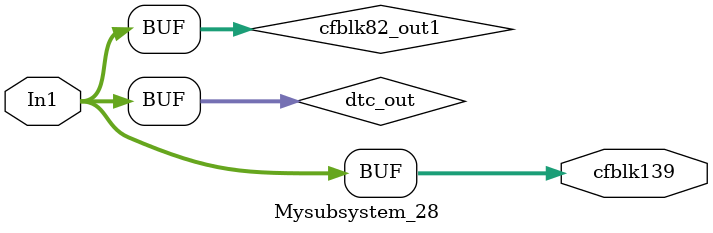
<source format=v>



`timescale 1 ns / 1 ns

module Mysubsystem_28
          (In1,
           cfblk139);


  input   [7:0] In1;  // uint8
  output  [7:0] cfblk139;  // uint8


  wire [7:0] dtc_out;  // ufix8
  wire [7:0] cfblk82_out1;  // uint8


  assign dtc_out = In1;



  assign cfblk82_out1 = dtc_out;



  assign cfblk139 = cfblk82_out1;

endmodule  // Mysubsystem_28


</source>
